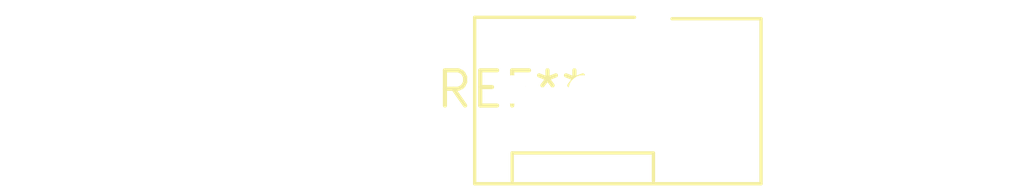
<source format=kicad_pcb>
(kicad_pcb (version 20240108) (generator pcbnew)
  (layers (0 "F.Cu" signal) (31 "B.Cu" signal) (34 "B.Paste" user) (35 "F.Paste" user) (36 "B.SilkS" user "B.Silkscreen") (37 "F.SilkS" user "F.Silkscreen") (38 "B.Mask" user) (39 "F.Mask" user) (44 "Edge.Cuts" user))
  (net 0 "")
  (footprint "FanPinHeader_1x04_P2.54mm_Vertical" (layer "F.Cu") (at 0 0)
    (property "Reference" "REF**")
    (property "Value" "FanPinHeader_1x04_P2.54mm_Vertical")
    (fp_line (start -1.35 -2.6) (end 4.4 -2.6) (layer "F.SilkS") (stroke (width 0.12)))
    (fp_line (start -1.35 3.4) (end -1.35 -2.6) (layer "F.SilkS") (stroke (width 0.12)))
    (fp_line (start 0 2.29) (end 5.08 2.29) (layer "F.SilkS") (stroke (width 0.12)))
    (fp_line (start 0 3.3) (end 0 2.29) (layer "F.SilkS") (stroke (width 0.12)))
    (fp_line (start 5.08 2.29) (end 5.08 3.3) (layer "F.SilkS") (stroke (width 0.12)))
    (fp_line (start 5.75 -2.55) (end 8.95 -2.55) (layer "F.SilkS") (stroke (width 0.12)))
    (fp_line (start 8.95 -2.55) (end 8.95 3.4) (layer "F.SilkS") (stroke (width 0.12)))
    (fp_line (start 8.95 3.4) (end -1.35 3.4) (layer "F.SilkS") (stroke (width 0.12)))
    (pad "" np_thru_hole circle (at 5.08 -2.16 90) (size 1.1 1.1) (drill 1.1) (layers *.Cu *.Mask))
    (pad "1" thru_hole rect (at 0 0 90) (size 2.03 1.73) (drill 1.02) (layers *.Cu *.Mask) (remove_unused_layers))
    (pad "2" thru_hole oval (at 2.54 0 90) (size 2.03 1.73) (drill 1.02) (layers *.Cu *.Mask) (remove_unused_layers))
    (pad "3" thru_hole oval (at 5.08 0 90) (size 2.03 1.73) (drill 1.02) (layers *.Cu *.Mask) (remove_unused_layers))
    (pad "4" thru_hole oval (at 7.62 0 90) (size 2.03 1.73) (drill 1.02) (layers *.Cu *.Mask) (remove_unused_layers))
  )
)
</source>
